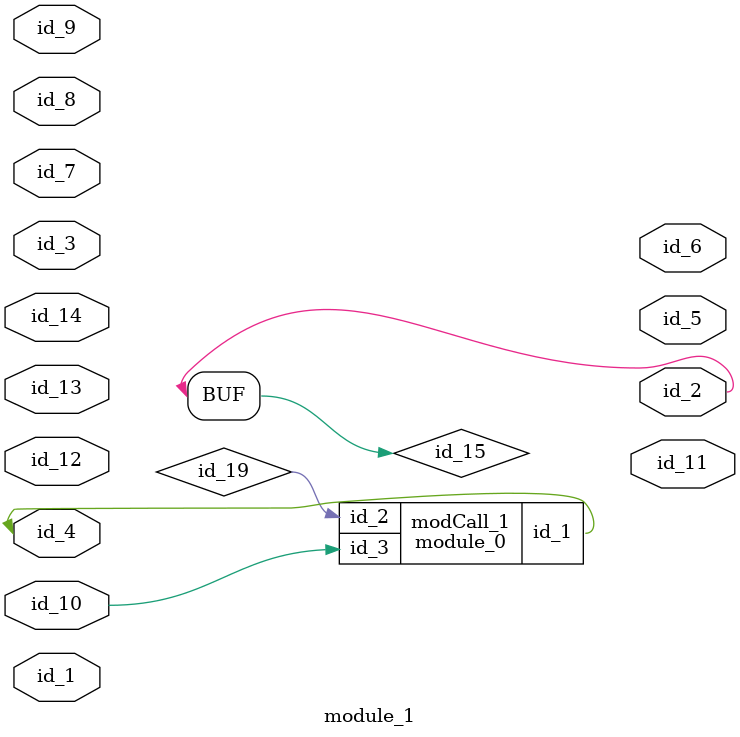
<source format=v>
module module_0 (
    id_1,
    id_2,
    id_3
);
  input wire id_3;
  input wire id_2;
  output wire id_1;
  wire id_4 = id_3;
endmodule
module module_1 (
    id_1,
    id_2,
    id_3,
    id_4,
    id_5,
    id_6,
    id_7,
    id_8,
    id_9,
    id_10,
    id_11,
    id_12,
    id_13,
    id_14
);
  input wire id_14;
  inout wire id_13;
  inout wire id_12;
  output wire id_11;
  input wire id_10;
  inout wire id_9;
  inout wire id_8;
  input wire id_7;
  output wire id_6;
  output wire id_5;
  inout wire id_4;
  input wire id_3;
  output wire id_2;
  input wire id_1;
  reg id_15, id_16;
  wire id_17;
  always if (1) id_2 <= id_15;
  wire id_18, id_19;
  module_0 modCall_1 (
      id_4,
      id_19,
      id_10
  );
endmodule

</source>
